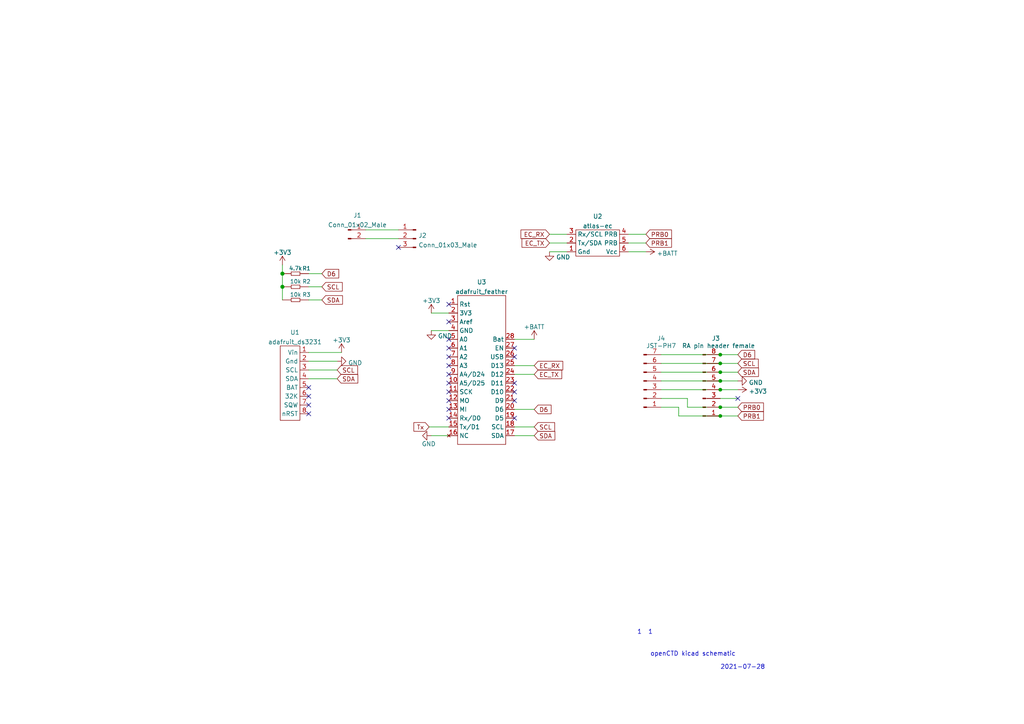
<source format=kicad_sch>
(kicad_sch (version 20211123) (generator eeschema)
  (paper "A4")
  (lib_symbols
    (symbol "Connector:Conn_01x02_Male" (pin_names (offset 1.016) hide)
      (property "Reference" "J" (at 0 2.54 0))
      (property "Value" "Conn_01x02_Male" (at 0 -5.08 0))
      (symbol "Conn_01x02_Male_1_1"
        (polyline (pts (xy 1.27 -2.54) (xy 0.8636 -2.54)) (stroke (width 0.1524)))
        (polyline (pts (xy 1.27 0) (xy 0.8636 0)) (stroke (width 0.1524)))
        (rectangle (start 0.8636 -2.413) (end 0 -2.667) (stroke (width 0.1524)) (fill (type outline)))
        (rectangle (start 0.8636 0.127) (end 0 -0.127) (stroke (width 0.1524)) (fill (type outline)))
        (pin passive line (at 5.08 0 180) (length 3.81) (name "Pin_1") (number "1"))
        (pin passive line (at 5.08 -2.54 180) (length 3.81) (name "Pin_2") (number "2"))
      )
    )
    (symbol "Connector:Conn_01x03_Male" (pin_names (offset 1.016) hide)
      (property "Reference" "J" (at 0 5.08 0))
      (property "Value" "Conn_01x03_Male" (at 0 -5.08 0))
      (symbol "Conn_01x03_Male_1_1"
        (polyline (pts (xy 1.27 -2.54) (xy 0.8636 -2.54)) (stroke (width 0.1524)))
        (polyline (pts (xy 1.27 0) (xy 0.8636 0)) (stroke (width 0.1524)))
        (polyline (pts (xy 1.27 2.54) (xy 0.8636 2.54)) (stroke (width 0.1524)))
        (rectangle (start 0.8636 -2.413) (end 0 -2.667) (stroke (width 0.1524)) (fill (type outline)))
        (rectangle (start 0.8636 0.127) (end 0 -0.127) (stroke (width 0.1524)) (fill (type outline)))
        (rectangle (start 0.8636 2.667) (end 0 2.413) (stroke (width 0.1524)) (fill (type outline)))
        (pin passive line (at 5.08 2.54 180) (length 3.81) (name "Pin_1") (number "1"))
        (pin passive line (at 5.08 0 180) (length 3.81) (name "Pin_2") (number "2"))
        (pin passive line (at 5.08 -2.54 180) (length 3.81) (name "Pin_3") (number "3"))
      )
    )
    (symbol "Connector:Conn_01x07_Male" (pin_names (offset 1.016) hide)
      (property "Reference" "J" (at 0 10.16 0))
      (property "Value" "Conn_01x07_Male" (at 0 -10.16 0))
      (symbol "Conn_01x07_Male_1_1"
        (polyline (pts (xy 1.27 -7.62) (xy 0.8636 -7.62)) (stroke (width 0.1524)))
        (polyline (pts (xy 1.27 -5.08) (xy 0.8636 -5.08)) (stroke (width 0.1524)))
        (polyline (pts (xy 1.27 -2.54) (xy 0.8636 -2.54)) (stroke (width 0.1524)))
        (polyline (pts (xy 1.27 0) (xy 0.8636 0)) (stroke (width 0.1524)))
        (polyline (pts (xy 1.27 2.54) (xy 0.8636 2.54)) (stroke (width 0.1524)))
        (polyline (pts (xy 1.27 5.08) (xy 0.8636 5.08)) (stroke (width 0.1524)))
        (polyline (pts (xy 1.27 7.62) (xy 0.8636 7.62)) (stroke (width 0.1524)))
        (rectangle (start 0.8636 -7.493) (end 0 -7.747) (stroke (width 0.1524)) (fill (type outline)))
        (rectangle (start 0.8636 -4.953) (end 0 -5.207) (stroke (width 0.1524)) (fill (type outline)))
        (rectangle (start 0.8636 -2.413) (end 0 -2.667) (stroke (width 0.1524)) (fill (type outline)))
        (rectangle (start 0.8636 0.127) (end 0 -0.127) (stroke (width 0.1524)) (fill (type outline)))
        (rectangle (start 0.8636 2.667) (end 0 2.413) (stroke (width 0.1524)) (fill (type outline)))
        (rectangle (start 0.8636 5.207) (end 0 4.953) (stroke (width 0.1524)) (fill (type outline)))
        (rectangle (start 0.8636 7.747) (end 0 7.493) (stroke (width 0.1524)) (fill (type outline)))
        (pin passive line (at 5.08 7.62 180) (length 3.81) (name "Pin_1") (number "1"))
        (pin passive line (at 5.08 5.08 180) (length 3.81) (name "Pin_2") (number "2"))
        (pin passive line (at 5.08 2.54 180) (length 3.81) (name "Pin_3") (number "3"))
        (pin passive line (at 5.08 0 180) (length 3.81) (name "Pin_4") (number "4"))
        (pin passive line (at 5.08 -2.54 180) (length 3.81) (name "Pin_5") (number "5"))
        (pin passive line (at 5.08 -5.08 180) (length 3.81) (name "Pin_6") (number "6"))
        (pin passive line (at 5.08 -7.62 180) (length 3.81) (name "Pin_7") (number "7"))
      )
    )
    (symbol "Connector:Conn_01x08_Male" (pin_names (offset 1.016) hide)
      (property "Reference" "J" (at 0 10.16 0))
      (property "Value" "Conn_01x08_Male" (at 0 -12.7 0))
      (symbol "Conn_01x08_Male_1_1"
        (polyline (pts (xy 1.27 -10.16) (xy 0.8636 -10.16)) (stroke (width 0.1524)))
        (polyline (pts (xy 1.27 -7.62) (xy 0.8636 -7.62)) (stroke (width 0.1524)))
        (polyline (pts (xy 1.27 -5.08) (xy 0.8636 -5.08)) (stroke (width 0.1524)))
        (polyline (pts (xy 1.27 -2.54) (xy 0.8636 -2.54)) (stroke (width 0.1524)))
        (polyline (pts (xy 1.27 0) (xy 0.8636 0)) (stroke (width 0.1524)))
        (polyline (pts (xy 1.27 2.54) (xy 0.8636 2.54)) (stroke (width 0.1524)))
        (polyline (pts (xy 1.27 5.08) (xy 0.8636 5.08)) (stroke (width 0.1524)))
        (polyline (pts (xy 1.27 7.62) (xy 0.8636 7.62)) (stroke (width 0.1524)))
        (rectangle (start 0.8636 -10.033) (end 0 -10.287) (stroke (width 0.1524)) (fill (type outline)))
        (rectangle (start 0.8636 -7.493) (end 0 -7.747) (stroke (width 0.1524)) (fill (type outline)))
        (rectangle (start 0.8636 -4.953) (end 0 -5.207) (stroke (width 0.1524)) (fill (type outline)))
        (rectangle (start 0.8636 -2.413) (end 0 -2.667) (stroke (width 0.1524)) (fill (type outline)))
        (rectangle (start 0.8636 0.127) (end 0 -0.127) (stroke (width 0.1524)) (fill (type outline)))
        (rectangle (start 0.8636 2.667) (end 0 2.413) (stroke (width 0.1524)) (fill (type outline)))
        (rectangle (start 0.8636 5.207) (end 0 4.953) (stroke (width 0.1524)) (fill (type outline)))
        (rectangle (start 0.8636 7.747) (end 0 7.493) (stroke (width 0.1524)) (fill (type outline)))
        (pin passive line (at 5.08 7.62 180) (length 3.81) (name "Pin_1") (number "1"))
        (pin passive line (at 5.08 5.08 180) (length 3.81) (name "Pin_2") (number "2"))
        (pin passive line (at 5.08 2.54 180) (length 3.81) (name "Pin_3") (number "3"))
        (pin passive line (at 5.08 0 180) (length 3.81) (name "Pin_4") (number "4"))
        (pin passive line (at 5.08 -2.54 180) (length 3.81) (name "Pin_5") (number "5"))
        (pin passive line (at 5.08 -5.08 180) (length 3.81) (name "Pin_6") (number "6"))
        (pin passive line (at 5.08 -7.62 180) (length 3.81) (name "Pin_7") (number "7"))
        (pin passive line (at 5.08 -10.16 180) (length 3.81) (name "Pin_8") (number "8"))
      )
    )
    (symbol "OPL_Resistor:DIP-RES-1K-5%-1_4W_PR-D2.3XL6.5MM_" (pin_numbers hide) (pin_names (offset 1.016) hide)
      (property "Reference" "R" (at -3.81 1.27 0))
      (property "Value" "DIP-RES-1K-5%-1_4W_PR-D2.3XL6.5MM_" (at -3.81 -2.54 0))
      (symbol "DIP-RES-1K-5%-1_4W_PR-D2.3XL6.5MM__1_0"
        (polyline (pts (xy -1.27 -0.508) (xy -1.27 0.508)))
        (polyline (pts (xy -1.27 0.508) (xy 1.27 0.508)))
        (polyline (pts (xy 1.27 -0.508) (xy -1.27 -0.508)))
        (polyline (pts (xy 1.27 0.508) (xy 1.27 -0.508)))
      )
      (symbol "DIP-RES-1K-5%-1_4W_PR-D2.3XL6.5MM__1_1"
        (pin passive line (at -3.81 0 0) (length 2.54) (name "1") (number "1"))
        (pin passive line (at 3.81 0 180) (length 2.54) (name "2") (number "2"))
      )
    )
    (symbol "local_library:adafruit_ds3231"
      (property "Reference" "U" (at 0 0 0))
      (property "Value" "adafruit_ds3231" (at 0 -1.27 0))
      (symbol "adafruit_ds3231_0_1"
        (rectangle (start -10.16 -2.54) (end 11.43 -8.255) (stroke (width 0.1524)))
      )
      (symbol "adafruit_ds3231_1_1"
        (pin power_in line (at -8.255 -10.795 90) (length 2.54) (name "Vin") (number "1"))
        (pin power_in line (at -5.715 -10.795 90) (length 2.54) (name "Gnd") (number "2"))
        (pin open_collector line (at -3.175 -10.795 90) (length 2.54) (name "SCL") (number "3"))
        (pin open_collector line (at -0.635 -10.795 90) (length 2.54) (name "SDA") (number "4"))
        (pin power_in line (at 1.905 -10.795 90) (length 2.54) (name "BAT") (number "5"))
        (pin output line (at 4.445 -10.795 90) (length 2.54) (name "32K") (number "6"))
        (pin output line (at 6.985 -10.795 90) (length 2.54) (name "SQW") (number "7"))
        (pin input line (at 9.525 -10.795 90) (length 2.54) (name "nRST") (number "8"))
      )
    )
    (symbol "local_library:adafruit_feather"
      (property "Reference" "U" (at 8.255 -3.175 0))
      (property "Value" "adafruit_feather" (at -1.905 -3.175 0))
      (symbol "adafruit_feather_0_1"
        (rectangle (start -5.715 -4.445) (end 8.255 -47.625) (stroke (width 0.1524)))
      )
      (symbol "adafruit_feather_1_1"
        (pin input line (at -8.255 -6.985 0) (length 2.54) (name "Rst") (number "1"))
        (pin input line (at -8.255 -29.845 0) (length 2.54) (name "A5/D25") (number "10"))
        (pin input line (at -8.255 -32.385 0) (length 2.54) (name "SCK") (number "11"))
        (pin input line (at -8.255 -34.925 0) (length 2.54) (name "MO") (number "12"))
        (pin input line (at -8.255 -37.465 0) (length 2.54) (name "MI") (number "13"))
        (pin input line (at -8.255 -40.005 0) (length 2.54) (name "Rx/D0") (number "14"))
        (pin input line (at -8.255 -42.545 0) (length 2.54) (name "Tx/D1") (number "15"))
        (pin no_connect line (at -8.255 -45.085 0) (length 2.54) (name "NC") (number "16"))
        (pin open_collector line (at 10.795 -45.085 180) (length 2.54) (name "SDA") (number "17"))
        (pin open_collector line (at 10.795 -42.545 180) (length 2.54) (name "SCL") (number "18"))
        (pin input line (at 10.795 -40.005 180) (length 2.54) (name "D5") (number "19"))
        (pin power_in line (at -8.255 -9.525 0) (length 2.54) (name "3V3") (number "2"))
        (pin input line (at 10.795 -37.465 180) (length 2.54) (name "D6") (number "20"))
        (pin input line (at 10.795 -34.925 180) (length 2.54) (name "D9") (number "21"))
        (pin input line (at 10.795 -32.385 180) (length 2.54) (name "D10") (number "22"))
        (pin input line (at 10.795 -29.845 180) (length 2.54) (name "D11") (number "23"))
        (pin input line (at 10.795 -27.305 180) (length 2.54) (name "D12") (number "24"))
        (pin input line (at 10.795 -24.765 180) (length 2.54) (name "D13") (number "25"))
        (pin input line (at 10.795 -22.225 180) (length 2.54) (name "USB") (number "26"))
        (pin input line (at 10.795 -19.685 180) (length 2.54) (name "EN") (number "27"))
        (pin power_in line (at 10.795 -17.145 180) (length 2.54) (name "Bat") (number "28"))
        (pin input line (at -8.255 -12.065 0) (length 2.54) (name "Aref") (number "3"))
        (pin input line (at -8.255 -14.605 0) (length 2.54) (name "GND") (number "4"))
        (pin input line (at -8.255 -17.145 0) (length 2.54) (name "A0") (number "5"))
        (pin input line (at -8.255 -19.685 0) (length 2.54) (name "A1") (number "6"))
        (pin input line (at -8.255 -22.225 0) (length 2.54) (name "A2") (number "7"))
        (pin input line (at -8.255 -24.765 0) (length 2.54) (name "A3") (number "8"))
        (pin input line (at -8.255 -27.305 0) (length 2.54) (name "A4/D24") (number "9"))
      )
    )
    (symbol "local_library:atlas-ec"
      (property "Reference" "U" (at 5.715 0.635 0))
      (property "Value" "atlas-ec" (at -1.905 0 0))
      (symbol "atlas-ec_0_1"
        (rectangle (start -6.35 -1.27) (end 6.35 -8.89) (stroke (width 0.1524)))
      )
      (symbol "atlas-ec_1_1"
        (pin power_in line (at -8.89 -7.62 0) (length 2.54) (name "Gnd") (number "1"))
        (pin open_collector line (at -8.89 -5.08 0) (length 2.54) (name "Tx/SDA") (number "2"))
        (pin open_collector line (at -8.89 -2.54 0) (length 2.54) (name "Rx/SCL") (number "3"))
        (pin input line (at 8.89 -2.54 180) (length 2.54) (name "PRB") (number "4"))
        (pin input line (at 8.89 -5.08 180) (length 2.54) (name "PRB") (number "5"))
        (pin power_in line (at 8.89 -7.62 180) (length 2.54) (name "Vcc") (number "6"))
      )
    )
    (symbol "power:+3V3" (power) (pin_names (offset 0))
      (property "Value" "+3V3" (at 0 3.556 0))
      (symbol "+3V3_0_1"
        (polyline (pts (xy -0.762 1.27) (xy 0 2.54)))
        (polyline (pts (xy 0 0) (xy 0 2.54)))
        (polyline (pts (xy 0 2.54) (xy 0.762 1.27)))
      )
      (symbol "+3V3_1_1"
        (pin power_in line (at 0 0 90) (length 0) hide (name "+3V3") (number "1"))
      )
    )
    (symbol "power:+BATT" (power) (pin_names (offset 0))
      (property "Value" "+BATT" (at 0 3.556 0))
      (symbol "+BATT_0_1"
        (polyline (pts (xy -0.762 1.27) (xy 0 2.54)))
        (polyline (pts (xy 0 0) (xy 0 2.54)))
        (polyline (pts (xy 0 2.54) (xy 0.762 1.27)))
      )
      (symbol "+BATT_1_1"
        (pin power_in line (at 0 0 90) (length 0) hide (name "+BATT") (number "1"))
      )
    )
    (symbol "power:GND" (power) (pin_names (offset 0))
      (property "Value" "GND" (at 0 -3.81 0))
      (symbol "GND_0_1"
        (polyline (pts (xy 0 0) (xy 0 -1.27) (xy 1.27 -1.27) (xy 0 -2.54) (xy -1.27 -1.27) (xy 0 -1.27)))
      )
      (symbol "GND_1_1"
        (pin power_in line (at 0 0 270) (length 0) hide (name "GND") (number "1"))
      )
    )
  )
  (junction (at 208.915 102.87))
  (junction (at 81.915 83.185) (diameter 1.016))
  (junction (at 208.915 113.03))
  (junction (at 208.915 105.41))
  (junction (at 208.915 118.11))
  (junction (at 208.915 110.49))
  (junction (at 208.915 120.65))
  (junction (at 208.915 107.95))
  (junction (at 81.915 79.375) (diameter 1.016))
  (no_connect (at 149.225 113.665))
  (no_connect (at 149.225 100.965))
  (no_connect (at 149.225 103.505))
  (no_connect (at 130.175 113.665))
  (no_connect (at 149.225 121.285))
  (no_connect (at 149.225 116.205))
  (no_connect (at 130.175 121.285))
  (no_connect (at 115.57 71.755))
  (no_connect (at 213.995 115.57))
  (no_connect (at 130.175 108.585))
  (no_connect (at 130.175 88.265))
  (no_connect (at 130.175 93.345))
  (no_connect (at 130.175 98.425))
  (no_connect (at 130.175 100.965))
  (no_connect (at 130.175 103.505))
  (no_connect (at 89.535 112.395))
  (no_connect (at 89.535 114.935))
  (no_connect (at 89.535 117.475))
  (no_connect (at 89.535 120.015))
  (no_connect (at 130.175 116.205))
  (no_connect (at 130.175 106.045))
  (no_connect (at 130.175 111.125))
  (no_connect (at 130.175 118.745))
  (no_connect (at 149.225 111.125))
  (wire (pts (xy 159.385 73.025) (xy 164.465 73.025)))
  (wire (pts (xy 208.915 120.65) (xy 213.995 120.65)))
  (wire (pts (xy 89.535 79.375) (xy 93.345 79.375)))
  (wire (pts (xy 182.245 70.485) (xy 187.325 70.485)))
  (wire (pts (xy 149.225 126.365) (xy 154.94 126.365)))
  (wire (pts (xy 149.225 108.585) (xy 154.94 108.585)))
  (wire (pts (xy 125.095 126.365) (xy 130.175 126.365)))
  (wire (pts (xy 199.39 115.57) (xy 199.39 118.11)))
  (wire (pts (xy 191.77 110.49) (xy 208.915 110.49)))
  (wire (pts (xy 89.535 107.315) (xy 97.79 107.315)))
  (wire (pts (xy 81.915 83.185) (xy 81.915 86.995)))
  (wire (pts (xy 81.915 79.375) (xy 81.915 83.185)))
  (wire (pts (xy 208.915 115.57) (xy 213.995 115.57)))
  (wire (pts (xy 125.095 90.805) (xy 130.175 90.805)))
  (wire (pts (xy 191.77 115.57) (xy 199.39 115.57)))
  (wire (pts (xy 191.77 105.41) (xy 208.915 105.41)))
  (wire (pts (xy 191.77 113.03) (xy 208.915 113.03)))
  (wire (pts (xy 208.915 113.03) (xy 213.995 113.03)))
  (wire (pts (xy 159.385 70.485) (xy 164.465 70.485)))
  (wire (pts (xy 106.045 69.215) (xy 115.57 69.215)))
  (wire (pts (xy 149.225 123.825) (xy 154.94 123.825)))
  (wire (pts (xy 199.39 118.11) (xy 208.915 118.11)))
  (wire (pts (xy 182.245 73.025) (xy 187.325 73.025)))
  (wire (pts (xy 208.915 102.87) (xy 213.995 102.87)))
  (wire (pts (xy 191.77 107.95) (xy 208.915 107.95)))
  (wire (pts (xy 81.915 76.835) (xy 81.915 79.375)))
  (wire (pts (xy 191.77 118.11) (xy 196.85 118.11)))
  (wire (pts (xy 149.225 118.745) (xy 154.94 118.745)))
  (wire (pts (xy 89.535 109.855) (xy 97.79 109.855)))
  (wire (pts (xy 191.77 102.87) (xy 208.915 102.87)))
  (wire (pts (xy 124.46 123.825) (xy 130.175 123.825)))
  (wire (pts (xy 125.095 95.885) (xy 130.175 95.885)))
  (wire (pts (xy 106.045 66.675) (xy 115.57 66.675)))
  (wire (pts (xy 182.245 67.945) (xy 187.325 67.945)))
  (wire (pts (xy 208.915 118.11) (xy 213.995 118.11)))
  (wire (pts (xy 208.915 107.95) (xy 213.995 107.95)))
  (wire (pts (xy 208.915 110.49) (xy 213.995 110.49)))
  (wire (pts (xy 89.535 102.235) (xy 99.06 102.235)))
  (wire (pts (xy 196.85 120.65) (xy 208.915 120.65)))
  (wire (pts (xy 89.535 86.995) (xy 93.345 86.995)))
  (wire (pts (xy 89.535 83.185) (xy 93.345 83.185)))
  (wire (pts (xy 149.225 106.045) (xy 154.94 106.045)))
  (wire (pts (xy 208.915 105.41) (xy 213.995 105.41)))
  (wire (pts (xy 196.85 118.11) (xy 196.85 120.65)))
  (wire (pts (xy 159.385 67.945) (xy 164.465 67.945)))
  (wire (pts (xy 149.225 98.425) (xy 154.94 98.425)))
  (wire (pts (xy 89.535 104.775) (xy 97.79 104.775)))
  (text "2021-07-28" (at 208.915 194.31 0) (effects (font (size 1.27 1.27)) (justify left bottom)))
  (text "1" (at 184.785 184.15 0) (effects (font (size 1.27 1.27)) (justify left bottom)))
  (text "openCTD kicad schematic" (at 188.595 190.5 0) (effects (font (size 1.27 1.27)) (justify left bottom)))
  (text "1" (at 187.96 184.15 0) (effects (font (size 1.27 1.27)) (justify left bottom)))
  (global_label "SCL" (shape input) (at 97.79 107.315 0) (property "Intersheet References" "${INTERSHEET_REFS}" (effects hide)))
  (global_label "D6" (shape input) (at 154.94 118.745 0) (property "Intersheet References" "${INTERSHEET_REFS}" (effects hide)))
  (global_label "SDA" (shape input) (at 213.995 107.95 0) (property "Intersheet References" "${INTERSHEET_REFS}" (effects hide)))
  (global_label "EC_TX" (shape input) (at 159.385 70.485 180) (property "Intersheet References" "${INTERSHEET_REFS}" (effects hide)))
  (global_label "D6" (shape input) (at 93.345 79.375 0) (property "Intersheet References" "${INTERSHEET_REFS}" (effects hide)))
  (global_label "SCL" (shape input) (at 154.94 123.825 0) (property "Intersheet References" "${INTERSHEET_REFS}" (effects hide)))
  (global_label "EC_RX" (shape input) (at 154.94 106.045 0) (property "Intersheet References" "${INTERSHEET_REFS}" (effects hide)))
  (global_label "EC_TX" (shape input) (at 154.94 108.585 0) (property "Intersheet References" "${INTERSHEET_REFS}" (effects hide)))
  (global_label "PRB0" (shape input) (at 187.325 67.945 0) (property "Intersheet References" "${INTERSHEET_REFS}" (effects hide)))
  (global_label "SDA" (shape input) (at 97.79 109.855 0) (property "Intersheet References" "${INTERSHEET_REFS}" (effects hide)))
  (global_label "SDA" (shape input) (at 154.94 126.365 0) (property "Intersheet References" "${INTERSHEET_REFS}" (effects hide)))
  (global_label "SCL" (shape input) (at 213.995 105.41 0) (property "Intersheet References" "${INTERSHEET_REFS}" (effects hide)))
  (global_label "SDA" (shape input) (at 93.345 86.995 0) (property "Intersheet References" "${INTERSHEET_REFS}" (effects hide)))
  (global_label "PRB1" (shape input) (at 187.325 70.485 0) (property "Intersheet References" "${INTERSHEET_REFS}" (effects hide)))
  (global_label "PRB0" (shape input) (at 213.995 118.11 0) (property "Intersheet References" "${INTERSHEET_REFS}" (effects hide)))
  (global_label "PRB1" (shape input) (at 213.995 120.65 0) (property "Intersheet References" "${INTERSHEET_REFS}" (effects hide)))
  (global_label "D6" (shape input) (at 213.995 102.87 0) (property "Intersheet References" "${INTERSHEET_REFS}" (effects hide)))
  (global_label "SCL" (shape input) (at 93.345 83.185 0) (property "Intersheet References" "${INTERSHEET_REFS}" (effects hide)))
  (global_label "Tx" (shape input) (at 124.46 123.825 180) (property "Intersheet References" "${INTERSHEET_REFS}" (effects hide)))
  (global_label "EC_RX" (shape input) (at 159.385 67.945 180) (property "Intersheet References" "${INTERSHEET_REFS}" (effects hide)))
  (symbol (lib_id "local_library:adafruit_ds3231") (at 78.74 110.49 90) (mirror x) (unit 1)
    (property "Reference" "U1" (at 85.5599 96.4142 90))
    (property "Value" "adafruit_ds3231" (at 85.5599 99.1893 90))
    (property "Footprint" "local:Adafruit_DS3231_flipped_noholes" (effects hide))
  )
  (symbol (lib_id "local_library:atlas-ec") (at 173.355 65.405 0) (unit 1)
    (property "Reference" "U2" (at 173.355 62.7592 0))
    (property "Value" "atlas-ec" (at 173.355 65.5343 0))
    (property "Footprint" "local:Atlas_EC" (effects hide))
  )
  (symbol (lib_id "power:GND") (at 159.385 73.025 0) (unit 1)
    (property "Reference" "#PWR04" (effects hide))
    (property "Value" "GND" (at 161.2901 74.5835 0) (effects (justify left)))
  )
  (symbol (lib_id "Connector:Conn_01x02_Male") (at 100.965 66.675 0) (unit 1)
    (property "Reference" "J1" (at 103.6574 62.4544 0))
    (property "Value" "Conn_01x02_Male" (at 103.6574 65.2295 0))
    (property "Footprint" "Connector_PinHeader_2.54mm:PinHeader_1x02_P2.54mm_Vertical" (effects hide))
  )
  (symbol (lib_id "power:GND") (at 97.79 104.775 90) (unit 1)
    (property "Reference" "#PWR02" (effects hide))
    (property "Value" "GND" (at 100.9651 105.254 90) (effects (justify right)))
  )
  (symbol (lib_id "power:GND") (at 213.995 110.49 90) (unit 1)
    (property "Reference" "#PWR09" (effects hide))
    (property "Value" "GND" (at 217.1701 110.969 90) (effects (justify right)))
  )
  (symbol (lib_id "local_library:adafruit_feather") (at 138.43 81.28 0) (unit 1)
    (property "Reference" "U3" (at 139.7 81.8092 0))
    (property "Value" "adafruit_feather" (at 139.7 84.5843 0))
    (property "Footprint" "local:Adafruit_Feather_With2MountingHoles" (effects hide))
  )
  (symbol (lib_id "OPL_Resistor:DIP-RES-1K-5%-1_4W_PR-D2.3XL6.5MM_") (at 85.725 79.375 0) (unit 1)
    (property "Reference" "R1" (at 88.9 77.8499 0) (effects (font (size 1.143 1.143))))
    (property "Value" "4.7k" (at 85.725 77.8327 0) (effects (font (size 1.143 1.143))))
    (property "Footprint" "Resistor_THT:R_Axial_DIN0207_L6.3mm_D2.5mm_P7.62mm_Horizontal" (effects hide))
  )
  (symbol (lib_id "OPL_Resistor:DIP-RES-1K-5%-1_4W_PR-D2.3XL6.5MM_") (at 85.725 83.185 0) (unit 1)
    (property "Reference" "R2" (at 88.9 81.6599 0) (effects (font (size 1.143 1.143))))
    (property "Value" "10k" (at 85.725 81.6427 0) (effects (font (size 1.143 1.143))))
    (property "Footprint" "Resistor_THT:R_Axial_DIN0207_L6.3mm_D2.5mm_P7.62mm_Horizontal" (effects hide))
  )
  (symbol (lib_id "Connector:Conn_01x03_Male") (at 120.65 69.215 0) (mirror y) (unit 1)
    (property "Reference" "J2" (at 121.3613 68.3065 0) (effects (justify right)))
    (property "Value" "Conn_01x03_Male" (at 121.3613 71.0816 0) (effects (justify right)))
    (property "Footprint" "Connector_PinHeader_2.54mm:PinHeader_1x03_P2.54mm_Vertical" (effects hide))
  )
  (symbol (lib_id "OPL_Resistor:DIP-RES-1K-5%-1_4W_PR-D2.3XL6.5MM_") (at 85.725 86.995 0) (unit 1)
    (property "Reference" "R3" (at 88.9 85.4699 0) (effects (font (size 1.143 1.143))))
    (property "Value" "10k" (at 85.725 85.4527 0) (effects (font (size 1.143 1.143))))
    (property "Footprint" "Resistor_THT:R_Axial_DIN0207_L6.3mm_D2.5mm_P7.62mm_Horizontal" (effects hide))
  )
  (symbol (lib_id "power:GND") (at 125.095 126.365 270) (unit 1)
    (property "Reference" "#PWR0101" (effects hide))
    (property "Value" "GND" (at 122.3011 128.749 90) (effects (justify left)))
  )
  (symbol (lib_id "power:+BATT") (at 187.325 73.025 270) (unit 1)
    (property "Reference" "#PWR07" (effects hide))
    (property "Value" "+BATT" (at 190.5001 73.504 90) (effects (justify left)))
  )
  (symbol (lib_id "power:+3V3") (at 125.095 90.805 0) (unit 1)
    (property "Reference" "#PWR05" (effects hide))
    (property "Value" "+3V3" (at 125.095 87.2004 0))
  )
  (symbol (lib_id "Connector:Conn_01x08_Male") (at 203.835 113.03 0) (mirror x) (unit 1)
    (property "Reference" "J3" (at 208.8388 98.1515 0) (effects (justify right)))
    (property "Value" "RA pin header female" (at 218.9988 100.2916 0) (effects (justify right)))
    (property "Footprint" "Connector_PinHeader_2.54mm:PinHeader_1x08_P2.54mm_Vertical" (effects hide))
  )
  (symbol (lib_id "power:+BATT") (at 154.94 98.425 0) (unit 1)
    (property "Reference" "#PWR08" (effects hide))
    (property "Value" "+BATT" (at 154.94 94.8204 0))
  )
  (symbol (lib_id "Connector:Conn_01x07_Male") (at 186.69 110.49 0) (mirror x) (unit 1)
    (property "Reference" "J4" (at 192.9639 98.1515 0) (effects (justify right)))
    (property "Value" "JST-PH7" (at 196.1389 100.2916 0) (effects (justify right)))
    (property "Footprint" "Connector_JST:JST_PH_S7B-PH-K_1x07_P2.00mm_Horizontal" (effects hide))
  )
  (symbol (lib_id "power:+3V3") (at 213.995 113.03 270) (unit 1)
    (property "Reference" "#PWR010" (effects hide))
    (property "Value" "+3V3" (at 217.1701 113.509 90) (effects (justify left)))
  )
  (symbol (lib_id "power:+3V3") (at 81.915 76.835 0) (unit 1)
    (property "Reference" "#PWR011" (effects hide))
    (property "Value" "+3V3" (at 81.915 73.2304 0))
  )
  (symbol (lib_id "power:+3V3") (at 99.06 102.235 0) (unit 1)
    (property "Reference" "#PWR03" (effects hide))
    (property "Value" "+3V3" (at 99.06 98.6304 0))
  )
  (symbol (lib_id "power:GND") (at 125.095 95.885 0) (unit 1)
    (property "Reference" "#PWR06" (effects hide))
    (property "Value" "GND" (at 127.0001 97.4435 0) (effects (justify left)))
  )
)
</source>
